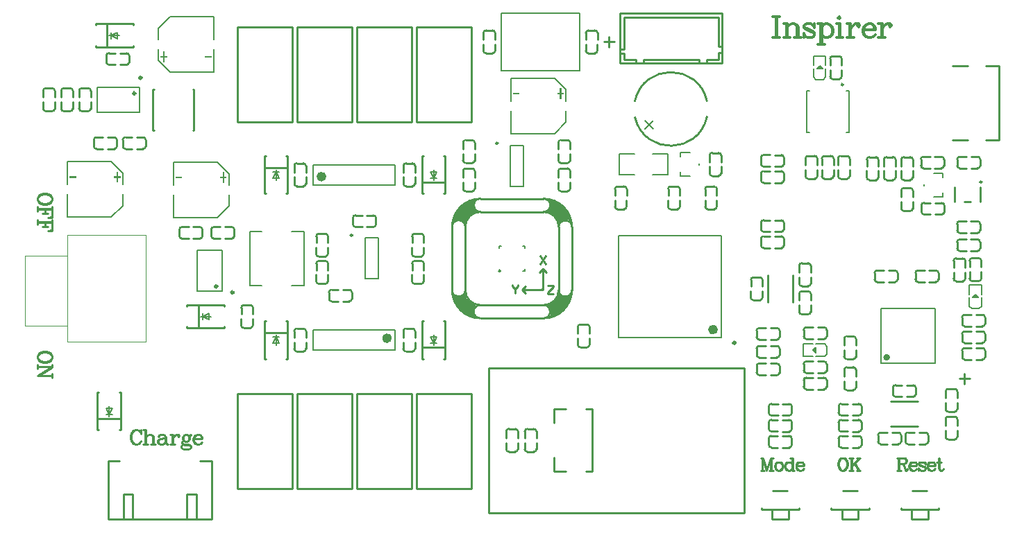
<source format=gto>
G04*
G04 #@! TF.GenerationSoftware,Altium Limited,Altium Designer,20.1.11 (218)*
G04*
G04 Layer_Color=65535*
%FSLAX25Y25*%
%MOIN*%
G70*
G04*
G04 #@! TF.SameCoordinates,8D0FCBAB-09EC-4A3B-B863-23265075E7EF*
G04*
G04*
G04 #@! TF.FilePolarity,Positive*
G04*
G01*
G75*
%ADD10C,0.01000*%
%ADD11C,0.00984*%
%ADD12C,0.00984*%
%ADD13C,0.01575*%
%ADD14C,0.02362*%
%ADD15C,0.01181*%
%ADD16C,0.00591*%
%ADD17C,0.00500*%
%ADD18C,0.00600*%
%ADD19C,0.00394*%
%ADD20C,0.00800*%
%ADD21C,0.00787*%
%ADD22C,0.00598*%
%ADD23C,0.01417*%
G36*
X-144269Y96634D02*
X-147387D01*
Y97413D01*
X-144269D01*
Y96634D01*
D02*
G37*
G36*
X-166746Y97413D02*
X-165576D01*
Y96634D01*
X-166746D01*
Y94425D01*
X-167525D01*
Y96634D01*
X-168694D01*
Y97413D01*
X-167525D01*
Y99622D01*
X-166746D01*
Y97413D01*
D02*
G37*
G36*
X-209276Y38787D02*
X-212394D01*
Y39566D01*
X-209276D01*
Y38787D01*
D02*
G37*
G36*
X-158359Y38579D02*
X-161477D01*
Y39358D01*
X-158359D01*
Y38579D01*
D02*
G37*
G36*
X-189139Y39566D02*
X-187969D01*
Y38787D01*
X-189139D01*
Y36578D01*
X-189918D01*
Y38787D01*
X-191087D01*
Y39566D01*
X-189918D01*
Y41775D01*
X-189139D01*
Y39566D01*
D02*
G37*
G36*
X-138221Y39358D02*
X-137052D01*
Y38579D01*
X-138221D01*
Y36370D01*
X-139001D01*
Y38579D01*
X-140170D01*
Y39358D01*
X-139001D01*
Y41567D01*
X-138221D01*
Y39358D01*
D02*
G37*
G36*
X149043Y91432D02*
X146368D01*
X147683Y92748D01*
X147728D01*
X149043Y91432D01*
D02*
G37*
G36*
X3541Y78979D02*
X423D01*
Y79758D01*
X3541D01*
Y78979D01*
D02*
G37*
G36*
X23679Y79758D02*
X24848D01*
Y78979D01*
X23679D01*
Y76770D01*
X22899D01*
Y78979D01*
X21730D01*
Y79758D01*
X22899D01*
Y81967D01*
X23679D01*
Y79758D01*
D02*
G37*
G36*
X17190Y28318D02*
X20189D01*
X21500Y27007D01*
X22600D01*
X25500Y24107D01*
Y23707D01*
X27500Y21707D01*
Y20207D01*
X28500Y19207D01*
Y17786D01*
X28111Y17397D01*
X27003Y18506D01*
X24775D01*
X24253Y17984D01*
X23657D01*
Y17680D01*
X22656Y16679D01*
X21800Y17535D01*
Y19007D01*
X19800Y21007D01*
X19500D01*
X18200Y22307D01*
X17594D01*
X16831Y23070D01*
X17624Y23864D01*
X17776D01*
Y24461D01*
X18298Y24983D01*
Y27210D01*
X17190Y28318D01*
X16472Y28733D01*
X16775D01*
X17190Y28318D01*
D02*
G37*
G36*
X-17190Y28111D02*
X-18298Y27003D01*
Y24775D01*
X-17776Y24253D01*
Y23657D01*
X-17473D01*
X-16472Y22656D01*
X-17327Y21800D01*
X-18800D01*
X-20800Y19800D01*
Y19500D01*
X-22100Y18200D01*
Y17594D01*
X-22863Y16831D01*
X-23657Y17624D01*
Y17776D01*
X-24253D01*
X-24775Y18298D01*
X-27003D01*
X-28111Y17190D01*
X-28526Y16472D01*
Y16775D01*
X-28111Y17190D01*
Y20189D01*
X-26800Y21500D01*
Y22600D01*
X-23900Y25500D01*
X-23500D01*
X-21500Y27500D01*
X-20000D01*
X-19000Y28500D01*
X-17579D01*
X-17190Y28111D01*
D02*
G37*
G36*
X28733Y-16775D02*
X28318Y-17190D01*
Y-20189D01*
X27007Y-21500D01*
Y-22600D01*
X24107Y-25500D01*
X23707D01*
X21707Y-27500D01*
X20207D01*
X19207Y-28500D01*
X17786D01*
X17397Y-28111D01*
X18506Y-27003D01*
Y-24775D01*
X17984Y-24253D01*
Y-23657D01*
X17680D01*
X16679Y-22656D01*
X17535Y-21800D01*
X19007D01*
X21007Y-19800D01*
Y-19500D01*
X22307Y-18200D01*
Y-17594D01*
X23070Y-16831D01*
X23864Y-17624D01*
Y-17776D01*
X24461D01*
X24983Y-18298D01*
X27210D01*
X28318Y-17190D01*
X28733Y-16472D01*
Y-16775D01*
D02*
G37*
G36*
X-21800Y-17535D02*
Y-19007D01*
X-19800Y-21007D01*
X-19500D01*
X-18200Y-22307D01*
X-17594D01*
X-16831Y-23070D01*
X-17624Y-23864D01*
X-17776D01*
Y-24461D01*
X-18298Y-24983D01*
Y-27210D01*
X-17190Y-28318D01*
X-16472Y-28733D01*
X-16775D01*
X-17190Y-28318D01*
X-20189D01*
X-21500Y-27007D01*
X-22600D01*
X-25500Y-24107D01*
Y-23707D01*
X-27500Y-21707D01*
Y-20207D01*
X-28500Y-19207D01*
Y-17786D01*
X-28111Y-17397D01*
X-27003Y-18506D01*
X-24775D01*
X-24253Y-17984D01*
X-23657D01*
Y-17680D01*
X-22656Y-16679D01*
X-21800Y-17535D01*
D02*
G37*
G36*
X223842Y-18826D02*
X221167D01*
X222482Y-17511D01*
X222527D01*
X223842Y-18826D01*
D02*
G37*
G36*
X145913Y-45432D02*
X144597Y-44117D01*
Y-44072D01*
X145913Y-42757D01*
Y-45432D01*
D02*
G37*
D10*
X158295Y96083D02*
G03*
X157076Y97303I-1220J0D01*
G01*
X153926D02*
G03*
X152706Y96083I-0J-1220D01*
G01*
X157053Y86297D02*
G03*
X158273Y87517I0J1220D01*
G01*
X152683D02*
G03*
X153903Y86297I1220J0D01*
G01*
X118647Y-50505D02*
G03*
X117428Y-51724I0J-1220D01*
G01*
Y-54874D02*
G03*
X118647Y-56094I1220J-0D01*
G01*
X128434Y-51747D02*
G03*
X127214Y-50528I-1220J0D01*
G01*
Y-56117D02*
G03*
X128434Y-54897I0J1220D01*
G01*
X59088Y67704D02*
G03*
X93616Y68156I17212J4196D01*
G01*
X93597Y75735D02*
G03*
X58971Y75584I-17297J-3835D01*
G01*
X120764Y49808D02*
G03*
X119545Y48588I0J-1220D01*
G01*
Y45439D02*
G03*
X120764Y44219I1220J-0D01*
G01*
X130551Y48566D02*
G03*
X129331Y49785I-1220J0D01*
G01*
Y44196D02*
G03*
X130551Y45416I0J1220D01*
G01*
X120764Y42034D02*
G03*
X119545Y40814I0J-1220D01*
G01*
Y37664D02*
G03*
X120764Y36444I1220J-0D01*
G01*
X130551Y40791D02*
G03*
X129331Y42011I-1220J0D01*
G01*
Y36421D02*
G03*
X130551Y37641I0J1220D01*
G01*
X120764Y18470D02*
G03*
X119545Y17250I0J-1220D01*
G01*
Y14101D02*
G03*
X120764Y12881I1220J-0D01*
G01*
X130551Y17227D02*
G03*
X129331Y18447I-1220J0D01*
G01*
Y12858D02*
G03*
X130551Y14078I0J1220D01*
G01*
X120764Y10695D02*
G03*
X119545Y9476I0J-1220D01*
G01*
Y6326D02*
G03*
X120764Y5106I1220J-0D01*
G01*
X130551Y9453D02*
G03*
X129331Y10672I-1220J0D01*
G01*
Y5083D02*
G03*
X130551Y6303I0J1220D01*
G01*
X94783Y41017D02*
G03*
X96003Y39797I1220J0D01*
G01*
X99153D02*
G03*
X100373Y41017I0J1220D01*
G01*
X96026Y50803D02*
G03*
X94806Y49583I-0J-1220D01*
G01*
X100395D02*
G03*
X99176Y50803I-1220J0D01*
G01*
X149828Y-55095D02*
G03*
X151048Y-53876I0J1220D01*
G01*
Y-50726D02*
G03*
X149828Y-49506I-1220J0D01*
G01*
X140042Y-53853D02*
G03*
X141262Y-55072I1220J-0D01*
G01*
Y-49483D02*
G03*
X140042Y-50703I0J-1220D01*
G01*
X149828Y-62895D02*
G03*
X151048Y-61676I0J1220D01*
G01*
Y-58526D02*
G03*
X149828Y-57306I-1220J0D01*
G01*
X140042Y-61653D02*
G03*
X141262Y-62872I1220J-0D01*
G01*
Y-57283D02*
G03*
X140042Y-58503I0J-1220D01*
G01*
X141262Y-33105D02*
G03*
X140042Y-34324I0J-1220D01*
G01*
Y-37474D02*
G03*
X141262Y-38694I1220J-0D01*
G01*
X151048Y-34347D02*
G03*
X149828Y-33127I-1220J0D01*
G01*
Y-38717D02*
G03*
X151048Y-37497I0J1220D01*
G01*
X159489Y-47197D02*
G03*
X160709Y-48417I1220J0D01*
G01*
X163858D02*
G03*
X165078Y-47197I0J1220D01*
G01*
X160732Y-37411D02*
G03*
X159512Y-38631I-0J-1220D01*
G01*
X165101D02*
G03*
X163881Y-37411I-1220J0D01*
G01*
X176983Y-83668D02*
G03*
X175763Y-84887I0J-1220D01*
G01*
Y-88037D02*
G03*
X176983Y-89257I1220J-0D01*
G01*
X186769Y-84910D02*
G03*
X185549Y-83690I-1220J0D01*
G01*
Y-89280D02*
G03*
X186769Y-88060I0J1220D01*
G01*
X183869Y-11317D02*
G03*
X185089Y-10097I0J1220D01*
G01*
Y-6947D02*
G03*
X183869Y-5728I-1220J0D01*
G01*
X174083Y-10074D02*
G03*
X175303Y-11294I1220J-0D01*
G01*
Y-5705D02*
G03*
X174083Y-6924I0J-1220D01*
G01*
X192649Y-66481D02*
G03*
X193869Y-65261I0J1220D01*
G01*
Y-62112D02*
G03*
X192649Y-60892I-1220J0D01*
G01*
X182863Y-65238D02*
G03*
X184083Y-66458I1220J-0D01*
G01*
Y-60869D02*
G03*
X182863Y-62089I0J-1220D01*
G01*
X198621Y-89280D02*
G03*
X199841Y-88060I0J1220D01*
G01*
Y-84910D02*
G03*
X198621Y-83690I-1220J0D01*
G01*
X188835Y-88037D02*
G03*
X190055Y-89257I1220J-0D01*
G01*
Y-83668D02*
G03*
X188835Y-84887I0J-1220D01*
G01*
X194903Y-5705D02*
G03*
X193683Y-6924I0J-1220D01*
G01*
Y-10074D02*
G03*
X194903Y-11294I1220J-0D01*
G01*
X204689Y-6947D02*
G03*
X203469Y-5728I-1220J0D01*
G01*
Y-11317D02*
G03*
X204689Y-10097I0J1220D01*
G01*
X213795Y-63903D02*
G03*
X212576Y-62683I-1220J0D01*
G01*
X209426D02*
G03*
X208206Y-63903I-0J-1220D01*
G01*
X212553Y-73689D02*
G03*
X213773Y-72469I0J1220D01*
G01*
X208183D02*
G03*
X209403Y-73689I1220J0D01*
G01*
X213795Y-77231D02*
G03*
X212576Y-76011I-1220J0D01*
G01*
X209426D02*
G03*
X208206Y-77231I-0J-1220D01*
G01*
X212553Y-87017D02*
G03*
X213773Y-85797I0J1220D01*
G01*
X208183D02*
G03*
X209403Y-87017I1220J0D01*
G01*
X159489Y-62069D02*
G03*
X160709Y-63289I1220J0D01*
G01*
X163858D02*
G03*
X165078Y-62069I0J1220D01*
G01*
X160732Y-52283D02*
G03*
X159512Y-53503I-0J-1220D01*
G01*
X165101D02*
G03*
X163881Y-52283I-1220J0D01*
G01*
X225888Y-32601D02*
G03*
X227108Y-31381I0J1220D01*
G01*
Y-28232D02*
G03*
X225888Y-27012I-1220J0D01*
G01*
X216102Y-31358D02*
G03*
X217322Y-32578I1220J-0D01*
G01*
Y-26989D02*
G03*
X216102Y-28209I0J-1220D01*
G01*
X217322Y-34989D02*
G03*
X216102Y-36209I0J-1220D01*
G01*
Y-39358D02*
G03*
X217322Y-40578I1220J-0D01*
G01*
X227108Y-36232D02*
G03*
X225888Y-35012I-1220J0D01*
G01*
Y-40601D02*
G03*
X227108Y-39381I0J1220D01*
G01*
X217322Y-42989D02*
G03*
X216102Y-44209I0J-1220D01*
G01*
Y-47358D02*
G03*
X217322Y-48578I1220J-0D01*
G01*
X227108Y-44232D02*
G03*
X225888Y-43012I-1220J0D01*
G01*
Y-48601D02*
G03*
X227108Y-47381I0J1220D01*
G01*
X158012Y-85305D02*
G03*
X156792Y-86524I0J-1220D01*
G01*
Y-89674D02*
G03*
X158012Y-90894I1220J-0D01*
G01*
X167798Y-86547D02*
G03*
X166578Y-85328I-1220J0D01*
G01*
Y-90917D02*
G03*
X167798Y-89697I0J1220D01*
G01*
X158012Y-77594D02*
G03*
X156792Y-78814I0J-1220D01*
G01*
Y-81963D02*
G03*
X158012Y-83183I1220J-0D01*
G01*
X167798Y-78837D02*
G03*
X166578Y-77617I-1220J0D01*
G01*
Y-83206D02*
G03*
X167798Y-81986I0J1220D01*
G01*
X158012Y-69883D02*
G03*
X156792Y-71103I0J-1220D01*
G01*
Y-74253D02*
G03*
X158012Y-75472I1220J-0D01*
G01*
X167798Y-71126D02*
G03*
X166578Y-69906I-1220J0D01*
G01*
Y-75495D02*
G03*
X167798Y-74276I0J1220D01*
G01*
X27895Y42097D02*
G03*
X26676Y43317I-1220J0D01*
G01*
X23526D02*
G03*
X22306Y42097I-0J-1220D01*
G01*
X26653Y32311D02*
G03*
X27872Y33531I0J1220D01*
G01*
X22283D02*
G03*
X23503Y32311I1220J0D01*
G01*
X37217Y-32942D02*
G03*
X35997Y-31722I-1220J0D01*
G01*
X32847D02*
G03*
X31628Y-32942I-0J-1220D01*
G01*
X35974Y-42728D02*
G03*
X37194Y-41508I0J1220D01*
G01*
X31605D02*
G03*
X32824Y-42728I1220J0D01*
G01*
X-15244Y28740D02*
G03*
X-15244Y22441I0J-3150D01*
G01*
X28740Y15244D02*
G03*
X22441Y15244I-3150J0D01*
G01*
X15244Y-28740D02*
G03*
X15244Y-22441I0J3150D01*
G01*
X-28740Y-15256D02*
G03*
X-22441Y-15256I3150J0D01*
G01*
X-15157Y-22441D02*
G03*
X-15256Y-28742I-98J-3150D01*
G01*
X22441Y-15157D02*
G03*
X28742Y-15256I3150J-98D01*
G01*
X15157Y22441D02*
G03*
X15256Y28742I98J3150D01*
G01*
X-22441Y15157D02*
G03*
X-28742Y15256I-3150J98D01*
G01*
X-15157Y22441D02*
G03*
X-22441Y15157I0J-7283D01*
G01*
X-15256Y28740D02*
G03*
X-28740Y15256I0J-13484D01*
G01*
X22441Y15157D02*
G03*
X15157Y22441I-7283J0D01*
G01*
X28740Y15256D02*
G03*
X15256Y28740I-13484J0D01*
G01*
X15157Y-22441D02*
G03*
X22441Y-15157I0J7283D01*
G01*
X15256Y-28740D02*
G03*
X28740Y-15256I0J13484D01*
G01*
X-28740D02*
G03*
X-15256Y-28740I13484J0D01*
G01*
X-22441Y-15157D02*
G03*
X-15157Y-22441I7283J0D01*
G01*
X-98957Y-34933D02*
G03*
X-100176Y-33713I-1220J0D01*
G01*
X-103326D02*
G03*
X-104546Y-34933I-0J-1220D01*
G01*
X-100199Y-44719D02*
G03*
X-98979Y-43499I0J1220D01*
G01*
X-104569D02*
G03*
X-103349Y-44719I1220J0D01*
G01*
X-46577Y-34933D02*
G03*
X-47796Y-33713I-1220J0D01*
G01*
X-50946D02*
G03*
X-52166Y-34933I-0J-1220D01*
G01*
X-47820Y-44719D02*
G03*
X-46600Y-43499I0J1220D01*
G01*
X-52189D02*
G03*
X-50969Y-44719I1220J0D01*
G01*
X-130017Y-32183D02*
G03*
X-128797Y-33403I1220J0D01*
G01*
X-125647D02*
G03*
X-124427Y-32183I0J1220D01*
G01*
X-128774Y-22397D02*
G03*
X-129994Y-23617I-0J-1220D01*
G01*
X-124405D02*
G03*
X-125624Y-22397I-1220J0D01*
G01*
X-104569Y36001D02*
G03*
X-103349Y34781I1220J0D01*
G01*
X-100199D02*
G03*
X-98979Y36001I0J1220D01*
G01*
X-103326Y45787D02*
G03*
X-104546Y44567I-0J-1220D01*
G01*
X-98957D02*
G03*
X-100176Y45787I-1220J0D01*
G01*
X-8099Y108489D02*
G03*
X-9319Y109709I-1220J0D01*
G01*
X-12468D02*
G03*
X-13688Y108489I-0J-1220D01*
G01*
X-9342Y98703D02*
G03*
X-8122Y99923I0J1220D01*
G01*
X-13711D02*
G03*
X-12491Y98703I1220J0D01*
G01*
X-52189Y36001D02*
G03*
X-50969Y34781I1220J0D01*
G01*
X-47820D02*
G03*
X-46600Y36001I0J1220D01*
G01*
X-50946Y45787D02*
G03*
X-52166Y44567I-0J-1220D01*
G01*
X-46577D02*
G03*
X-47796Y45787I-1220J0D01*
G01*
X214909Y9201D02*
G03*
X213689Y7981I0J-1220D01*
G01*
Y4832D02*
G03*
X214909Y3612I1220J-0D01*
G01*
X224695Y7958D02*
G03*
X223475Y9178I-1220J0D01*
G01*
Y3589D02*
G03*
X224695Y4809I0J1220D01*
G01*
X214909Y17901D02*
G03*
X213689Y16681I0J-1220D01*
G01*
Y13532D02*
G03*
X214909Y12312I1220J-0D01*
G01*
X224695Y16658D02*
G03*
X223475Y17878I-1220J0D01*
G01*
Y12289D02*
G03*
X224695Y13509I0J1220D01*
G01*
X137845Y-25612D02*
G03*
X139065Y-26831I1220J0D01*
G01*
X142214D02*
G03*
X143434Y-25612I0J1220D01*
G01*
X139088Y-15825D02*
G03*
X137868Y-17045I-0J-1220D01*
G01*
X143457D02*
G03*
X142237Y-15825I-1220J0D01*
G01*
X143457Y-3478D02*
G03*
X142237Y-2259I-1220J0D01*
G01*
X139088D02*
G03*
X137868Y-3478I-0J-1220D01*
G01*
X142214Y-13265D02*
G03*
X143434Y-12045I0J1220D01*
G01*
X137845D02*
G03*
X139065Y-13265I1220J0D01*
G01*
X124512Y-69883D02*
G03*
X123292Y-71103I0J-1220D01*
G01*
Y-74253D02*
G03*
X124512Y-75472I1220J-0D01*
G01*
X134298Y-71126D02*
G03*
X133078Y-69906I-1220J0D01*
G01*
Y-75495D02*
G03*
X134298Y-74276I0J1220D01*
G01*
X55017Y33458D02*
G03*
X53797Y34678I-1220J0D01*
G01*
X50647D02*
G03*
X49428Y33458I-0J-1220D01*
G01*
X53774Y23672D02*
G03*
X54994Y24892I0J1220D01*
G01*
X49405D02*
G03*
X50624Y23672I1220J0D01*
G01*
X98317Y33458D02*
G03*
X97097Y34678I-1220J0D01*
G01*
X93947D02*
G03*
X92728Y33458I-0J-1220D01*
G01*
X97074Y23672D02*
G03*
X98294Y24892I0J1220D01*
G01*
X92705D02*
G03*
X93924Y23672I1220J0D01*
G01*
X127214Y-39042D02*
G03*
X128434Y-37823I0J1220D01*
G01*
Y-34673D02*
G03*
X127214Y-33453I-1220J0D01*
G01*
X117428Y-37800D02*
G03*
X118647Y-39020I1220J-0D01*
G01*
Y-33430D02*
G03*
X117428Y-34650I0J-1220D01*
G01*
X127214Y-47580D02*
G03*
X128434Y-46360I0J1220D01*
G01*
Y-43210D02*
G03*
X127214Y-41990I-1220J0D01*
G01*
X117428Y-46337D02*
G03*
X118647Y-47557I1220J-0D01*
G01*
Y-41967D02*
G03*
X117428Y-43187I0J-1220D01*
G01*
X217617Y-1131D02*
G03*
X216397Y89I-1220J0D01*
G01*
X213247D02*
G03*
X212028Y-1131I-0J-1220D01*
G01*
X216374Y-10917D02*
G03*
X217594Y-9697I0J1220D01*
G01*
X212005D02*
G03*
X213224Y-10917I1220J0D01*
G01*
X223536Y43367D02*
G03*
X224756Y44587I0J1220D01*
G01*
Y47737D02*
G03*
X223536Y48957I-1220J0D01*
G01*
X213750Y44610D02*
G03*
X214970Y43390I1220J-0D01*
G01*
Y48980D02*
G03*
X213750Y47760I0J-1220D01*
G01*
X-185042Y93183D02*
G03*
X-183822Y94403I0J1220D01*
G01*
Y97553D02*
G03*
X-185042Y98773I-1220J0D01*
G01*
X-194828Y94426D02*
G03*
X-193608Y93206I1220J-0D01*
G01*
Y98795D02*
G03*
X-194828Y97576I0J-1220D01*
G01*
X-202283Y80644D02*
G03*
X-203503Y81864I-1220J0D01*
G01*
X-206653D02*
G03*
X-207873Y80644I-0J-1220D01*
G01*
X-203526Y70858D02*
G03*
X-202306Y72078I0J1220D01*
G01*
X-207895D02*
G03*
X-206676Y70858I1220J0D01*
G01*
X2817Y-83161D02*
G03*
X1597Y-81941I-1220J0D01*
G01*
X-1553D02*
G03*
X-2772Y-83161I-0J-1220D01*
G01*
X1574Y-92947D02*
G03*
X2794Y-91727I0J1220D01*
G01*
X-2795D02*
G03*
X-1576Y-92947I1220J0D01*
G01*
X-88405Y-2392D02*
G03*
X-89624Y-1172I-1220J0D01*
G01*
X-92774D02*
G03*
X-93994Y-2392I-0J-1220D01*
G01*
X-89647Y-12178D02*
G03*
X-88428Y-10958I0J1220D01*
G01*
X-94017D02*
G03*
X-92797Y-12178I1220J0D01*
G01*
X-88405Y10708D02*
G03*
X-89624Y11928I-1220J0D01*
G01*
X-92774D02*
G03*
X-93994Y10708I-0J-1220D01*
G01*
X-89647Y922D02*
G03*
X-88428Y2142I0J1220D01*
G01*
X-94017D02*
G03*
X-92797Y922I1220J0D01*
G01*
X-134619Y9557D02*
G03*
X-133399Y10776I0J1220D01*
G01*
Y13926D02*
G03*
X-134619Y15146I-1220J0D01*
G01*
X-144405Y10799D02*
G03*
X-143185Y9579I1220J-0D01*
G01*
Y15169D02*
G03*
X-144405Y13949I0J-1220D01*
G01*
X-17908Y42097D02*
G03*
X-19128Y43317I-1220J0D01*
G01*
X-22277D02*
G03*
X-23497Y42097I-0J-1220D01*
G01*
X-19150Y32311D02*
G03*
X-17931Y33531I0J1220D01*
G01*
X-23520D02*
G03*
X-22300Y32311I1220J0D01*
G01*
X-17908Y55697D02*
G03*
X-19128Y56917I-1220J0D01*
G01*
X-22277D02*
G03*
X-23497Y55697I-0J-1220D01*
G01*
X-19150Y45911D02*
G03*
X-17931Y47131I0J1220D01*
G01*
X-23520D02*
G03*
X-22300Y45911I1220J0D01*
G01*
X-149919Y9557D02*
G03*
X-148699Y10776I0J1220D01*
G01*
Y13926D02*
G03*
X-149919Y15146I-1220J0D01*
G01*
X-159705Y10799D02*
G03*
X-158485Y9579I1220J-0D01*
G01*
Y15169D02*
G03*
X-159705Y13949I0J-1220D01*
G01*
X-75147Y20802D02*
G03*
X-76367Y19582I0J-1220D01*
G01*
Y16432D02*
G03*
X-75147Y15213I1220J-0D01*
G01*
X-65361Y19559D02*
G03*
X-66581Y20779I-1220J0D01*
G01*
Y15190D02*
G03*
X-65361Y16409I0J1220D01*
G01*
X-78103Y-20595D02*
G03*
X-76883Y-19376I0J1220D01*
G01*
Y-16226D02*
G03*
X-78103Y-15006I-1220J0D01*
G01*
X-87889Y-19353D02*
G03*
X-86669Y-20572I1220J-0D01*
G01*
Y-14983D02*
G03*
X-87889Y-16203I0J-1220D01*
G01*
X186853Y24087D02*
G03*
X188072Y22867I1220J0D01*
G01*
X191222D02*
G03*
X192442Y24087I0J1220D01*
G01*
X188095Y33873D02*
G03*
X186875Y32653I-0J-1220D01*
G01*
X192465D02*
G03*
X191245Y33873I-1220J0D01*
G01*
X206356Y21189D02*
G03*
X207576Y22409I0J1220D01*
G01*
Y25558D02*
G03*
X206356Y26778I-1220J0D01*
G01*
X196570Y22432D02*
G03*
X197790Y21212I1220J-0D01*
G01*
Y26801D02*
G03*
X196570Y25581I0J-1220D01*
G01*
X162129Y48131D02*
G03*
X160909Y49351I-1220J0D01*
G01*
X157760D02*
G03*
X156540Y48131I-0J-1220D01*
G01*
X160886Y38345D02*
G03*
X162106Y39564I0J1220D01*
G01*
X156517D02*
G03*
X157737Y38345I1220J0D01*
G01*
X192444Y47581D02*
G03*
X191224Y48801I-1220J0D01*
G01*
X188074D02*
G03*
X186854Y47581I-0J-1220D01*
G01*
X191201Y37795D02*
G03*
X192421Y39015I0J1220D01*
G01*
X186831D02*
G03*
X188051Y37795I1220J0D01*
G01*
X154354Y48131D02*
G03*
X153135Y49351I-1220J0D01*
G01*
X149985D02*
G03*
X148765Y48131I-0J-1220D01*
G01*
X153112Y38345D02*
G03*
X154331Y39564I0J1220D01*
G01*
X148742D02*
G03*
X149962Y38345I1220J0D01*
G01*
X197551Y48980D02*
G03*
X196331Y47760I0J-1220D01*
G01*
Y44610D02*
G03*
X197551Y43390I1220J-0D01*
G01*
X207337Y47737D02*
G03*
X206117Y48957I-1220J0D01*
G01*
Y43367D02*
G03*
X207337Y44587I0J1220D01*
G01*
X146580Y48131D02*
G03*
X145360Y49351I-1220J0D01*
G01*
X142210D02*
G03*
X140990Y48131I-0J-1220D01*
G01*
X145337Y38345D02*
G03*
X146557Y39564I0J1220D01*
G01*
X140967D02*
G03*
X142187Y38345I1220J0D01*
G01*
X170305Y39015D02*
G03*
X171524Y37795I1220J0D01*
G01*
X174674D02*
G03*
X175894Y39015I0J1220D01*
G01*
X171547Y48801D02*
G03*
X170327Y47581I-0J-1220D01*
G01*
X175917D02*
G03*
X174697Y48801I-1220J0D01*
G01*
X178568Y39015D02*
G03*
X179788Y37795I1220J0D01*
G01*
X182937D02*
G03*
X184157Y39015I0J1220D01*
G01*
X179811Y48801D02*
G03*
X178591Y47581I-0J-1220D01*
G01*
X184180D02*
G03*
X182960Y48801I-1220J0D01*
G01*
X35405Y99923D02*
G03*
X36624Y98703I1220J0D01*
G01*
X39774D02*
G03*
X40994Y99923I0J1220D01*
G01*
X36647Y109709D02*
G03*
X35427Y108489I-0J-1220D01*
G01*
X41017D02*
G03*
X39797Y109709I-1220J0D01*
G01*
X219686Y-9613D02*
G03*
X220905Y-10833I1220J0D01*
G01*
X224055D02*
G03*
X225275Y-9613I0J1220D01*
G01*
X220929Y173D02*
G03*
X219709Y-1047I-0J-1220D01*
G01*
X225298D02*
G03*
X224078Y173I-1220J0D01*
G01*
X114652Y-18829D02*
G03*
X115872Y-20048I1220J0D01*
G01*
X119021D02*
G03*
X120241Y-18829I0J1220D01*
G01*
X115895Y-9042D02*
G03*
X114675Y-10262I-0J-1220D01*
G01*
X120264D02*
G03*
X119044Y-9042I-1220J0D01*
G01*
X124512Y-85305D02*
G03*
X123292Y-86524I0J-1220D01*
G01*
Y-89674D02*
G03*
X124512Y-90894I1220J-0D01*
G01*
X134298Y-86547D02*
G03*
X133078Y-85328I-1220J0D01*
G01*
Y-90917D02*
G03*
X134298Y-89697I0J1220D01*
G01*
X124512Y-77594D02*
G03*
X123292Y-78814I0J-1220D01*
G01*
Y-81963D02*
G03*
X124512Y-83183I1220J-0D01*
G01*
X134298Y-78837D02*
G03*
X133078Y-77617I-1220J0D01*
G01*
Y-83206D02*
G03*
X134298Y-81986I0J1220D01*
G01*
X80595Y33458D02*
G03*
X79376Y34678I-1220J0D01*
G01*
X76226D02*
G03*
X75006Y33458I-0J-1220D01*
G01*
X79353Y23672D02*
G03*
X80572Y24892I0J1220D01*
G01*
X74983D02*
G03*
X76203Y23672I1220J0D01*
G01*
X-177092Y52705D02*
G03*
X-175872Y53924I0J1220D01*
G01*
Y57074D02*
G03*
X-177092Y58294I-1220J0D01*
G01*
X-186878Y53947D02*
G03*
X-185658Y52728I1220J-0D01*
G01*
Y58317D02*
G03*
X-186878Y57097I0J-1220D01*
G01*
X-219505Y80644D02*
G03*
X-220724Y81864I-1220J0D01*
G01*
X-223874D02*
G03*
X-225094Y80644I-0J-1220D01*
G01*
X-220747Y70858D02*
G03*
X-219528Y72078I0J1220D01*
G01*
X-225117D02*
G03*
X-223897Y70858I1220J0D01*
G01*
X-216495Y72078D02*
G03*
X-215276Y70858I1220J0D01*
G01*
X-212126D02*
G03*
X-210906Y72078I0J1220D01*
G01*
X-215253Y81864D02*
G03*
X-216473Y80644I-0J-1220D01*
G01*
X-210883D02*
G03*
X-212103Y81864I-1220J0D01*
G01*
X-42405Y-2392D02*
G03*
X-43624Y-1172I-1220J0D01*
G01*
X-46774D02*
G03*
X-47994Y-2392I-0J-1220D01*
G01*
X-43647Y-12178D02*
G03*
X-42428Y-10958I0J1220D01*
G01*
X-48017D02*
G03*
X-46797Y-12178I1220J0D01*
G01*
X-42405Y10708D02*
G03*
X-43624Y11928I-1220J0D01*
G01*
X-46774D02*
G03*
X-47994Y10708I-0J-1220D01*
G01*
X-43647Y922D02*
G03*
X-42428Y2142I0J1220D01*
G01*
X-48017D02*
G03*
X-46797Y922I1220J0D01*
G01*
X27895Y55697D02*
G03*
X26676Y56917I-1220J0D01*
G01*
X23526D02*
G03*
X22306Y55697I-0J-1220D01*
G01*
X26653Y45911D02*
G03*
X27872Y47131I0J1220D01*
G01*
X22283D02*
G03*
X23503Y45911I1220J0D01*
G01*
X6105Y-91727D02*
G03*
X7324Y-92947I1220J0D01*
G01*
X10474D02*
G03*
X11694Y-91727I0J1220D01*
G01*
X7347Y-81941D02*
G03*
X6128Y-83161I-0J-1220D01*
G01*
X11717D02*
G03*
X10497Y-81941I-1220J0D01*
G01*
X-191003Y52705D02*
G03*
X-189783Y53924I0J1220D01*
G01*
Y57074D02*
G03*
X-191003Y58294I-1220J0D01*
G01*
X-200789Y53947D02*
G03*
X-199569Y52728I1220J-0D01*
G01*
Y58317D02*
G03*
X-200789Y57097I0J-1220D01*
G01*
X225632Y36784D02*
G03*
X225632Y36784I-500J0D01*
G01*
X158272Y87517D02*
Y90667D01*
X153903Y86297D02*
X157053D01*
X152683Y87517D02*
Y90667D01*
X158295Y92934D02*
Y96084D01*
X152706Y92934D02*
Y96084D01*
X153926Y97303D02*
X157076D01*
X-199900Y112147D02*
Y112812D01*
X-181790Y112812D01*
X-199900Y101788D02*
Y102453D01*
Y101788D02*
X-181790Y101788D01*
X-194345Y101788D02*
Y112812D01*
X-181790Y112147D02*
Y112812D01*
Y101788D02*
Y102453D01*
X-188653Y-64345D02*
X-187988D01*
X-199012D02*
X-198347D01*
X-199012Y-76900D02*
X-187988D01*
Y-82455D02*
X-187988Y-64345D01*
X-188653Y-82455D02*
X-187988D01*
X-199012Y-64345D02*
X-199012Y-82455D01*
X-198347D01*
X117428Y-54874D02*
Y-51724D01*
X118647Y-56094D02*
X121797D01*
X118647Y-50505D02*
X121797D01*
X124064Y-56117D02*
X127214D01*
X128433Y-54897D02*
Y-51747D01*
X124064Y-50528D02*
X127214D01*
X99037Y95726D02*
Y98856D01*
X100906Y98858D01*
X63012Y95727D02*
X72287D01*
X63012Y93956D02*
Y95727D01*
X59332Y93958D02*
Y95725D01*
X89781Y93953D02*
Y95723D01*
X72287D02*
X89781D01*
X72287D02*
X72458Y95727D01*
X53757Y95726D02*
X59317D01*
X53757D02*
Y98506D01*
X51788D02*
X53757D01*
X93467Y93956D02*
Y95726D01*
X99037D01*
Y102126D02*
X100867Y102125D01*
X99037Y102126D02*
Y115906D01*
X53757D02*
X99037D01*
X53757Y100506D02*
Y115906D01*
X51788Y100506D02*
X53757D01*
X51694Y117873D02*
X100906D01*
Y93858D02*
Y117873D01*
X51733Y93818D02*
X100906D01*
X51694Y93858D02*
Y117873D01*
X126181Y49785D02*
X129331D01*
X130550Y45416D02*
Y48566D01*
X126181Y44196D02*
X129331D01*
X120764Y49808D02*
X123914D01*
X120764Y44219D02*
X123914D01*
X119545Y45439D02*
Y48589D01*
X126181Y42011D02*
X129331D01*
X130550Y37641D02*
Y40791D01*
X126181Y36421D02*
X129331D01*
X120764Y42034D02*
X123914D01*
X120764Y36444D02*
X123914D01*
X119545Y37664D02*
Y40814D01*
X130551Y14078D02*
Y17227D01*
X126181Y18447D02*
X129331D01*
X126181Y12858D02*
X129331D01*
X120765Y18470D02*
X123914D01*
X119545Y14101D02*
Y17250D01*
X120765Y12881D02*
X123914D01*
X126181Y10672D02*
X129331D01*
X130550Y6303D02*
Y9453D01*
X126181Y5083D02*
X129331D01*
X120764Y10695D02*
X123914D01*
X120764Y5106D02*
X123914D01*
X119545Y6326D02*
Y9476D01*
X96026Y50803D02*
X99176D01*
X94806Y46434D02*
Y49583D01*
X100395Y46434D02*
Y49583D01*
X94783Y41017D02*
Y44167D01*
X96003Y39797D02*
X99153D01*
X100372Y41017D02*
Y44167D01*
X141262Y-55072D02*
X144412D01*
X140042Y-53853D02*
Y-50703D01*
X141262Y-49483D02*
X144412D01*
X146679Y-55095D02*
X149828D01*
X146679Y-49506D02*
X149828D01*
X151048Y-53876D02*
Y-50726D01*
X141262Y-62872D02*
X144412D01*
X140042Y-61653D02*
Y-58503D01*
X141262Y-57283D02*
X144412D01*
X146679Y-62895D02*
X149828D01*
X146679Y-57306D02*
X149828D01*
X151048Y-61676D02*
Y-58526D01*
X146678Y-33128D02*
X149828D01*
X151048Y-37497D02*
Y-34347D01*
X146678Y-38717D02*
X149828D01*
X141262Y-33105D02*
X144411D01*
X141262Y-38694D02*
X144411D01*
X140042Y-37474D02*
Y-34324D01*
X159512Y-41781D02*
Y-38631D01*
X160732Y-37411D02*
X163881D01*
X165101Y-41781D02*
Y-38631D01*
X159489Y-47197D02*
Y-44048D01*
X165078Y-47197D02*
Y-44048D01*
X160708Y-48417D02*
X163858D01*
X186769Y-88060D02*
Y-84910D01*
X182400Y-83690D02*
X185549D01*
X182400Y-89280D02*
X185549D01*
X176983Y-83668D02*
X180133D01*
X175763Y-88037D02*
Y-84887D01*
X176983Y-89257D02*
X180133D01*
X174083Y-10074D02*
Y-6924D01*
X175303Y-11294D02*
X178452D01*
X175303Y-5705D02*
X178452D01*
X180719Y-11317D02*
X183869D01*
X185089Y-10097D02*
Y-6947D01*
X180719Y-5728D02*
X183869D01*
X184083Y-66458D02*
X187233D01*
X182863Y-65238D02*
Y-62089D01*
X184083Y-60869D02*
X187233D01*
X189500Y-66481D02*
X192649D01*
X189500Y-60892D02*
X192649D01*
X193869Y-65262D02*
Y-62112D01*
X188835Y-88037D02*
Y-84887D01*
X190055Y-89257D02*
X193204D01*
X190055Y-83668D02*
X193204D01*
X195471Y-89280D02*
X198621D01*
X199841Y-88060D02*
Y-84910D01*
X195471Y-83691D02*
X198621D01*
X200319Y-5728D02*
X203469D01*
X204689Y-10097D02*
Y-6947D01*
X200319Y-11317D02*
X203469D01*
X194903Y-5705D02*
X198052D01*
X194903Y-11294D02*
X198052D01*
X193683Y-10074D02*
Y-6924D01*
X213772Y-72469D02*
Y-69319D01*
X209403Y-73689D02*
X212553D01*
X208183Y-72469D02*
Y-69319D01*
X213795Y-67052D02*
Y-63903D01*
X208206Y-67052D02*
Y-63903D01*
X209426Y-62683D02*
X212576D01*
X209403Y-87017D02*
X212553D01*
X213773Y-85797D02*
Y-82648D01*
X208183Y-85797D02*
Y-82648D01*
X213795Y-80381D02*
Y-77231D01*
X209426Y-76011D02*
X212576D01*
X208206Y-80381D02*
Y-77231D01*
X160732Y-52283D02*
X163881D01*
X159512Y-56652D02*
Y-53503D01*
X165101Y-56652D02*
Y-53503D01*
X159489Y-62069D02*
Y-58919D01*
X160709Y-63289D02*
X163858D01*
X165078Y-62069D02*
Y-58919D01*
X181866Y-68684D02*
X194866D01*
X181866Y-80684D02*
X194866D01*
X216102Y-31358D02*
Y-28208D01*
X217322Y-32578D02*
X220471D01*
X217322Y-26989D02*
X220471D01*
X222738Y-32601D02*
X225888D01*
X227108Y-31381D02*
Y-28232D01*
X222738Y-27012D02*
X225888D01*
X222738Y-35012D02*
X225888D01*
X227108Y-39381D02*
Y-36232D01*
X222738Y-40601D02*
X225888D01*
X217322Y-34989D02*
X220471D01*
X217322Y-40578D02*
X220471D01*
X216102Y-39358D02*
Y-36208D01*
X222738Y-43012D02*
X225888D01*
X227108Y-47381D02*
Y-44232D01*
X222738Y-48601D02*
X225888D01*
X217322Y-42989D02*
X220471D01*
X217322Y-48578D02*
X220471D01*
X216102Y-47358D02*
Y-44208D01*
X163428Y-85328D02*
X166578D01*
X167798Y-89697D02*
Y-86547D01*
X163428Y-90917D02*
X166578D01*
X158012Y-85305D02*
X161161D01*
X158012Y-90894D02*
X161161D01*
X156792Y-89674D02*
Y-86524D01*
X163428Y-77617D02*
X166578D01*
X167798Y-81986D02*
Y-78837D01*
X163428Y-83206D02*
X166578D01*
X158012Y-77594D02*
X161161D01*
X158012Y-83183D02*
X161161D01*
X156792Y-81963D02*
Y-78813D01*
X167798Y-74276D02*
Y-71126D01*
X163429Y-69906D02*
X166578D01*
X163429Y-75495D02*
X166578D01*
X158012Y-69883D02*
X161162D01*
X156792Y-74253D02*
Y-71103D01*
X158012Y-75472D02*
X161162D01*
X27872Y33531D02*
Y36681D01*
X23503Y32311D02*
X26653D01*
X22283Y33531D02*
Y36681D01*
X27895Y38948D02*
Y42097D01*
X22306Y38948D02*
Y42097D01*
X23526Y43317D02*
X26676D01*
X32824Y-42728D02*
X35974D01*
X37194Y-41508D02*
Y-38359D01*
X31605Y-41508D02*
Y-38359D01*
X37217Y-36092D02*
Y-32942D01*
X32847Y-31722D02*
X35997D01*
X31628Y-36092D02*
Y-32942D01*
X13100Y-6800D02*
X14800Y-5100D01*
X16500Y-6800D01*
X4800Y-15100D02*
X6500Y-16800D01*
X4800Y-15100D02*
X6500Y-13400D01*
X4800Y-15100D02*
X14800D01*
Y-5100D01*
X-15157Y-22441D02*
X15157D01*
X-15256Y-28740D02*
X15256D01*
X28740Y-15256D02*
Y15256D01*
X22441Y-15157D02*
Y15157D01*
X-15157Y22441D02*
X15157D01*
X-15256Y28740D02*
X15256D01*
X-22441Y-15256D02*
Y15157D01*
X-28740Y-15256D02*
Y15256D01*
X132740Y-125420D02*
Y-120690D01*
X124860Y-125420D02*
X132740D01*
X125300Y-111640D02*
X132300D01*
X137860Y-120690D02*
Y-120150D01*
X119740Y-120690D02*
X137860D01*
X119740D02*
Y-120150D01*
X124860Y-125420D02*
Y-120690D01*
X166240Y-125420D02*
Y-120690D01*
X158360Y-125420D02*
X166240D01*
X158800Y-111640D02*
X165800D01*
X171360Y-120690D02*
Y-120150D01*
X153240Y-120690D02*
X171360D01*
X153240D02*
Y-120150D01*
X158360Y-125420D02*
Y-120690D01*
X199740Y-125420D02*
Y-120690D01*
X191860Y-125420D02*
X199740D01*
X192300Y-111640D02*
X199300D01*
X204860Y-120690D02*
Y-120150D01*
X186740Y-120690D02*
X204860D01*
X186740D02*
Y-120150D01*
X191860Y-125420D02*
Y-120690D01*
X-108453Y-30161D02*
X-107788D01*
X-107788Y-48271D01*
X-118812Y-30161D02*
X-118147D01*
X-118812Y-48271D02*
X-118812Y-30161D01*
Y-35716D02*
X-107788D01*
X-108453Y-48271D02*
X-107788D01*
X-118812D02*
X-118147D01*
X-103349Y-44719D02*
X-100199D01*
X-98979Y-43499D02*
Y-40350D01*
X-104569Y-43499D02*
Y-40350D01*
X-98957Y-38082D02*
Y-34933D01*
X-103326Y-33713D02*
X-100176D01*
X-104545Y-38082D02*
Y-34933D01*
X-50969Y-44719D02*
X-47820D01*
X-46600Y-43499D02*
Y-40350D01*
X-52189Y-43499D02*
Y-40350D01*
X-46577Y-38082D02*
Y-34933D01*
X-50946Y-33713D02*
X-47796D01*
X-52166Y-38082D02*
Y-34933D01*
X-43162Y-48271D02*
X-42497D01*
X-43162Y-30160D02*
X-43162Y-48271D01*
X-32803D02*
X-32138D01*
X-32138Y-30160D01*
X-43162Y-42716D02*
X-32138D01*
X-43162Y-30160D02*
X-42497D01*
X-32803D02*
X-32138D01*
X-128774Y-22397D02*
X-125624D01*
X-129994Y-26766D02*
Y-23617D01*
X-124405Y-26766D02*
Y-23617D01*
X-130017Y-32183D02*
Y-29033D01*
X-128797Y-33403D02*
X-125647D01*
X-124428Y-32183D02*
Y-29033D01*
X-103326Y45787D02*
X-100176D01*
X-104546Y41418D02*
Y44568D01*
X-98957Y41418D02*
Y44568D01*
X-104569Y36001D02*
Y39151D01*
X-103349Y34782D02*
X-100199D01*
X-98980Y36001D02*
Y39151D01*
X-12492Y98703D02*
X-9342D01*
X-8122Y99922D02*
Y103072D01*
X-13711Y99922D02*
Y103072D01*
X-8099Y105339D02*
Y108489D01*
X-12468Y109708D02*
X-9319D01*
X-13688Y105339D02*
Y108489D01*
X-50946Y45787D02*
X-47796D01*
X-52166Y41418D02*
Y44568D01*
X-46577Y41418D02*
Y44568D01*
X-52189Y36001D02*
Y39151D01*
X-50969Y34782D02*
X-47820D01*
X-46600Y36001D02*
Y39151D01*
X224695Y4808D02*
Y7958D01*
X220326Y9178D02*
X223475D01*
X220326Y3589D02*
X223475D01*
X214909Y9201D02*
X218059D01*
X213689Y4832D02*
Y7981D01*
X214909Y3612D02*
X218059D01*
X224695Y13508D02*
Y16658D01*
X220326Y17878D02*
X223475D01*
X220326Y12289D02*
X223475D01*
X214909Y17901D02*
X218059D01*
X213689Y13532D02*
Y16681D01*
X214909Y12312D02*
X218059D01*
X139088Y-15825D02*
X142237D01*
X137868Y-20195D02*
Y-17045D01*
X143457Y-20195D02*
Y-17045D01*
X137845Y-25611D02*
Y-22462D01*
X139065Y-26831D02*
X142214D01*
X143434Y-25611D02*
Y-22462D01*
X139065Y-13265D02*
X142214D01*
X143434Y-12045D02*
Y-8896D01*
X137845Y-12045D02*
Y-8896D01*
X143457Y-6628D02*
Y-3479D01*
X139088Y-2259D02*
X142237D01*
X137868Y-6628D02*
Y-3479D01*
X134298Y-74276D02*
Y-71126D01*
X129929Y-69906D02*
X133078D01*
X129929Y-75495D02*
X133078D01*
X124512Y-69883D02*
X127662D01*
X123292Y-74253D02*
Y-71103D01*
X124512Y-75472D02*
X127662D01*
X50624Y23672D02*
X53774D01*
X54994Y24892D02*
Y28041D01*
X49405Y24892D02*
Y28041D01*
X55017Y30308D02*
Y33458D01*
X50647Y34678D02*
X53797D01*
X49428Y30308D02*
Y33458D01*
X93924Y23672D02*
X97074D01*
X98294Y24892D02*
Y28041D01*
X92705Y24892D02*
Y28041D01*
X98317Y30308D02*
Y33458D01*
X93947Y34678D02*
X97097D01*
X92728Y30308D02*
Y33458D01*
X117428Y-37800D02*
Y-34650D01*
X118647Y-39020D02*
X121797D01*
X118647Y-33430D02*
X121797D01*
X124064Y-39042D02*
X127214D01*
X128433Y-37823D02*
Y-34673D01*
X124064Y-33453D02*
X127214D01*
X117428Y-46337D02*
Y-43187D01*
X118647Y-47557D02*
X121797D01*
X118647Y-41967D02*
X121797D01*
X124064Y-47580D02*
X127214D01*
X128433Y-46360D02*
Y-43210D01*
X124064Y-41991D02*
X127214D01*
X213224Y-10917D02*
X216374D01*
X217594Y-9697D02*
Y-6548D01*
X212005Y-9697D02*
Y-6548D01*
X217617Y-4281D02*
Y-1131D01*
X213247Y89D02*
X216397D01*
X212028Y-4281D02*
Y-1131D01*
X213750Y44610D02*
Y47760D01*
X214969Y43390D02*
X218119D01*
X214969Y48980D02*
X218119D01*
X220386Y43367D02*
X223536D01*
X224756Y44587D02*
Y47737D01*
X220386Y48957D02*
X223536D01*
X-194828Y94426D02*
Y97576D01*
X-193608Y93206D02*
X-190459D01*
X-193608Y98795D02*
X-190459D01*
X-188192Y93183D02*
X-185042D01*
X-183822Y94403D02*
Y97553D01*
X-188192Y98772D02*
X-185042D01*
X-206676Y70858D02*
X-203526D01*
X-202306Y72078D02*
Y75227D01*
X-207895Y72078D02*
Y75227D01*
X-202283Y77494D02*
Y80644D01*
X-206653Y81864D02*
X-203503D01*
X-207872Y77494D02*
Y80644D01*
X-1576Y-92947D02*
X1574D01*
X2794Y-91727D02*
Y-88578D01*
X-2795Y-91727D02*
Y-88578D01*
X2817Y-86310D02*
Y-83161D01*
X-1553Y-81941D02*
X1597D01*
X-2772Y-86310D02*
Y-83161D01*
X-88428Y-10958D02*
Y-7808D01*
X-92797Y-12178D02*
X-89647D01*
X-94017Y-10958D02*
Y-7808D01*
X-88405Y-5541D02*
Y-2392D01*
X-93994Y-5541D02*
Y-2392D01*
X-92774Y-1172D02*
X-89624D01*
X-88428Y2142D02*
Y5292D01*
X-92797Y922D02*
X-89647D01*
X-94017Y2142D02*
Y5292D01*
X-88405Y7559D02*
Y10708D01*
X-93994Y7559D02*
Y10708D01*
X-92774Y11928D02*
X-89624D01*
X-143185Y9580D02*
X-140035D01*
X-144405Y10799D02*
Y13949D01*
X-143185Y15169D02*
X-140035D01*
X-137768Y9557D02*
X-134618D01*
X-137768Y15146D02*
X-134618D01*
X-133399Y10776D02*
Y13926D01*
X-17931Y33531D02*
Y36681D01*
X-22300Y32311D02*
X-19150D01*
X-23520Y33531D02*
Y36681D01*
X-17908Y38948D02*
Y42097D01*
X-23497Y38948D02*
Y42097D01*
X-22277Y43317D02*
X-19127D01*
X-17931Y47131D02*
Y50281D01*
X-22300Y45911D02*
X-19150D01*
X-23520Y47131D02*
Y50281D01*
X-17908Y52548D02*
Y55697D01*
X-23497Y52548D02*
Y55697D01*
X-22277Y56917D02*
X-19127D01*
X-158485Y9580D02*
X-155335D01*
X-159705Y10799D02*
Y13949D01*
X-158485Y15169D02*
X-155335D01*
X-153068Y9557D02*
X-149918D01*
X-153068Y15146D02*
X-149918D01*
X-148699Y10776D02*
Y13926D01*
X-69731Y20779D02*
X-66581D01*
X-65361Y16409D02*
Y19559D01*
X-69731Y15190D02*
X-66581D01*
X-75147Y20802D02*
X-71998D01*
X-75147Y15213D02*
X-71998D01*
X-76367Y16432D02*
Y19582D01*
X-86669Y-20572D02*
X-83519D01*
X-87889Y-19353D02*
Y-16203D01*
X-86669Y-14983D02*
X-83519D01*
X-81252Y-20595D02*
X-78103D01*
X-81252Y-15006D02*
X-78103D01*
X-76883Y-19376D02*
Y-16226D01*
X186876Y29504D02*
Y32653D01*
X188095Y33873D02*
X191245D01*
X192465Y29504D02*
Y32653D01*
X186853Y24087D02*
Y27236D01*
X192442Y24087D02*
Y27236D01*
X188072Y22867D02*
X191222D01*
X197790Y21212D02*
X200940D01*
X196570Y22432D02*
Y25581D01*
X197790Y26801D02*
X200940D01*
X203207Y21189D02*
X206356D01*
X203207Y26778D02*
X206356D01*
X207576Y22408D02*
Y25558D01*
X162106Y39565D02*
Y42714D01*
X157737Y38345D02*
X160886D01*
X156517Y39565D02*
Y42714D01*
X162129Y44982D02*
Y48131D01*
X156540Y44982D02*
Y48131D01*
X157760Y49351D02*
X160909D01*
X192420Y39015D02*
Y42165D01*
X188051Y37795D02*
X191201D01*
X186831Y39015D02*
Y42165D01*
X192444Y44432D02*
Y47581D01*
X186854Y44432D02*
Y47581D01*
X188074Y48801D02*
X191224D01*
X154331Y39565D02*
Y42714D01*
X149962Y38345D02*
X153112D01*
X148742Y39565D02*
Y42714D01*
X154354Y44982D02*
Y48131D01*
X148765Y44982D02*
Y48131D01*
X149985Y49351D02*
X153135D01*
X202967Y48957D02*
X206117D01*
X207337Y44587D02*
Y47737D01*
X202967Y43367D02*
X206117D01*
X197551Y48980D02*
X200700D01*
X197551Y43390D02*
X200700D01*
X196331Y44610D02*
Y47760D01*
X146556Y39565D02*
Y42714D01*
X142187Y38345D02*
X145337D01*
X140967Y39565D02*
Y42714D01*
X146580Y44982D02*
Y48131D01*
X140990Y44982D02*
Y48131D01*
X142210Y49351D02*
X145360D01*
X170328Y44431D02*
Y47581D01*
X171547Y48801D02*
X174697D01*
X175917Y44431D02*
Y47581D01*
X170305Y39015D02*
Y42164D01*
X175894Y39015D02*
Y42164D01*
X171524Y37795D02*
X174674D01*
X178591Y44431D02*
Y47581D01*
X179811Y48801D02*
X182960D01*
X184180Y44431D02*
Y47581D01*
X178568Y39015D02*
Y42164D01*
X184157Y39015D02*
Y42164D01*
X179788Y37795D02*
X182937D01*
X35428Y105339D02*
Y108489D01*
X36647Y109708D02*
X39797D01*
X41017Y105339D02*
Y108489D01*
X35405Y99922D02*
Y103072D01*
X40994Y99922D02*
Y103072D01*
X36624Y98703D02*
X39774D01*
X219709Y-4196D02*
Y-1047D01*
X220929Y173D02*
X224078D01*
X225298Y-4196D02*
Y-1047D01*
X219686Y-9613D02*
Y-6464D01*
X225275Y-9613D02*
Y-6464D01*
X220905Y-10833D02*
X224055D01*
X114675Y-13412D02*
Y-10262D01*
X115895Y-9043D02*
X119044D01*
X120264Y-13412D02*
Y-10262D01*
X114652Y-18829D02*
Y-15679D01*
X120241Y-18829D02*
Y-15679D01*
X115871Y-20048D02*
X119021D01*
X129928Y-85328D02*
X133078D01*
X134298Y-89697D02*
Y-86547D01*
X129928Y-90917D02*
X133078D01*
X124512Y-85305D02*
X127661D01*
X124512Y-90894D02*
X127661D01*
X123292Y-89674D02*
Y-86524D01*
X129928Y-77617D02*
X133078D01*
X134298Y-81986D02*
Y-78837D01*
X129928Y-83206D02*
X133078D01*
X124512Y-77594D02*
X127661D01*
X124512Y-83183D02*
X127661D01*
X123292Y-81963D02*
Y-78813D01*
X80572Y24892D02*
Y28042D01*
X76203Y23672D02*
X79353D01*
X74983Y24892D02*
Y28042D01*
X80595Y30309D02*
Y33458D01*
X75006Y30309D02*
Y33458D01*
X76226Y34678D02*
X79376D01*
X-185658Y52728D02*
X-182508D01*
X-186878Y53947D02*
Y57097D01*
X-185658Y58317D02*
X-182508D01*
X-180241Y52705D02*
X-177092D01*
X-180241Y58294D02*
X-177092D01*
X-175872Y53924D02*
Y57074D01*
X-219528Y72078D02*
Y75228D01*
X-223897Y70858D02*
X-220747D01*
X-225117Y72078D02*
Y75228D01*
X-219505Y77495D02*
Y80644D01*
X-225094Y77495D02*
Y80644D01*
X-223874Y81864D02*
X-220724D01*
X-216472Y77494D02*
Y80644D01*
X-215253Y81864D02*
X-212103D01*
X-210883Y77494D02*
Y80644D01*
X-216495Y72078D02*
Y75227D01*
X-210906Y72078D02*
Y75227D01*
X-215276Y70858D02*
X-212126D01*
X-42428Y-10958D02*
Y-7808D01*
X-46797Y-12178D02*
X-43647D01*
X-48017Y-10958D02*
Y-7808D01*
X-42405Y-5541D02*
Y-2392D01*
X-47994Y-5541D02*
Y-2392D01*
X-46774Y-1172D02*
X-43624D01*
X-42428Y2142D02*
Y5292D01*
X-46797Y922D02*
X-43647D01*
X-48017Y2142D02*
Y5292D01*
X-42405Y7559D02*
Y10708D01*
X-47994Y7559D02*
Y10708D01*
X-46774Y11928D02*
X-43624D01*
X27872Y47131D02*
Y50281D01*
X23503Y45911D02*
X26653D01*
X22283Y47131D02*
Y50281D01*
X27895Y52548D02*
Y55697D01*
X22306Y52548D02*
Y55697D01*
X23526Y56917D02*
X26676D01*
X6128Y-86310D02*
Y-83161D01*
X7347Y-81941D02*
X10497D01*
X11717Y-86310D02*
Y-83161D01*
X6105Y-91727D02*
Y-88578D01*
X11694Y-91727D02*
Y-88578D01*
X7324Y-92947D02*
X10474D01*
X-199569Y52728D02*
X-196419D01*
X-200789Y53947D02*
Y57097D01*
X-199569Y58317D02*
X-196419D01*
X-194152Y52705D02*
X-191003D01*
X-194152Y58294D02*
X-191003D01*
X-189783Y53924D02*
Y57074D01*
X-193942Y-125400D02*
X-186494D01*
X-193942D02*
Y-97400D01*
X-144245Y-125345D02*
Y-123500D01*
X-144300Y-125400D02*
X-144245Y-125345D01*
X-186494Y-125400D02*
X-144300D01*
X-151445D02*
Y-113400D01*
X-156194D02*
X-151445D01*
X-156194Y-125400D02*
Y-113400D01*
X-144245Y-123500D02*
Y-97400D01*
X-149694D02*
X-144245D01*
X-193942D02*
X-188494D01*
X-182045Y-125400D02*
Y-113400D01*
X-186494D02*
X-182045D01*
X-186494Y-125400D02*
Y-113400D01*
X38625Y-102208D02*
Y-72680D01*
X35598Y-102404D02*
X38625D01*
X35598Y-72483D02*
X38625D01*
X20317Y-102404D02*
Y-95834D01*
Y-79053D02*
Y-72483D01*
Y-102404D02*
X25903D01*
X20317Y-72483D02*
X25903D01*
X-152760Y61560D02*
Y81240D01*
X-172440Y61560D02*
Y81240D01*
Y61560D02*
X-171970D01*
X-153230D02*
X-152760D01*
X-172440Y81240D02*
X-171970D01*
X-153230D02*
X-152760D01*
X227610Y57080D02*
X233790D01*
Y92300D01*
Y92520D01*
X227610D02*
X233790D01*
X211550Y57080D02*
X218880D01*
X211550Y92520D02*
X218880D01*
X-138090Y-33412D02*
Y-32747D01*
Y-23053D02*
Y-22388D01*
X-150645Y-33412D02*
Y-22388D01*
X-156200Y-33412D02*
X-138090Y-33412D01*
X-156200Y-33412D02*
Y-32747D01*
Y-22388D02*
X-138090Y-22388D01*
X-156200Y-23053D02*
Y-22388D01*
X-118812Y31229D02*
X-118147D01*
X-108453D02*
X-107788D01*
X-118812Y43784D02*
X-107788D01*
X-118812Y31229D02*
X-118812Y49339D01*
X-118147D01*
X-107788D02*
X-107788Y31229D01*
X-108453Y49339D02*
X-107788D01*
X-32803Y49340D02*
X-32138D01*
X-43162D02*
X-42497D01*
X-43162Y36784D02*
X-32138D01*
Y31229D02*
X-32138Y49340D01*
X-32803Y31229D02*
X-32138D01*
X-43162Y49340D02*
X-43162Y31229D01*
X-42497D01*
X224735Y27241D02*
Y34328D01*
X217057Y27241D02*
X220207D01*
X212530D02*
Y34328D01*
X-74567Y65539D02*
Y94539D01*
Y65539D02*
X-48071D01*
Y111372D01*
X-74567Y94539D02*
Y111372D01*
X-48071D01*
X-131900Y65539D02*
Y94539D01*
Y65539D02*
X-105404D01*
Y111372D01*
X-131900Y94539D02*
Y111372D01*
X-105404D01*
X-45900Y65539D02*
Y94539D01*
Y65539D02*
X-19404D01*
Y111372D01*
X-45900Y94539D02*
Y111372D01*
X-19404D01*
X-103233Y65539D02*
Y94539D01*
Y65539D02*
X-76737D01*
Y111372D01*
X-103233Y94539D02*
Y111372D01*
X-76737D01*
Y-93971D02*
Y-64971D01*
X-103233D02*
X-76737D01*
X-103233Y-110804D02*
Y-64971D01*
X-76737Y-110804D02*
Y-93971D01*
X-103233Y-110804D02*
X-76737D01*
X-19404Y-93971D02*
Y-64971D01*
X-45900D02*
X-19404D01*
X-45900Y-110804D02*
Y-64971D01*
X-19404Y-110804D02*
Y-93971D01*
X-45900Y-110804D02*
X-19404D01*
X-105404Y-93971D02*
Y-64971D01*
X-131900D02*
X-105404D01*
X-131900Y-110804D02*
Y-64971D01*
X-105404Y-110804D02*
Y-93971D01*
X-131900Y-110804D02*
X-105404D01*
X-48071Y-93971D02*
Y-64971D01*
X-74567D02*
X-48071D01*
X-74567Y-110804D02*
Y-64971D01*
X-48071Y-110804D02*
Y-93971D01*
X-74567Y-110804D02*
X-48071D01*
X122832Y-21078D02*
Y-8078D01*
X134832Y-21078D02*
Y-8078D01*
X-11150Y-122200D02*
X111350D01*
Y-52694D01*
X-11150D02*
X111350D01*
X-11150Y-122200D02*
Y-52938D01*
X-178434Y-83400D02*
X-178101Y-84400D01*
Y-82400D01*
X-178434Y-83400D01*
X-179101Y-82733D01*
X-180101Y-82400D01*
X-180767D01*
X-181767Y-82733D01*
X-182433Y-83400D01*
X-182767Y-84066D01*
X-183100Y-85066D01*
Y-86732D01*
X-182767Y-87732D01*
X-182433Y-88399D01*
X-181767Y-89065D01*
X-180767Y-89398D01*
X-180101D01*
X-179101Y-89065D01*
X-178434Y-88399D01*
X-178101Y-87732D01*
X-180767Y-82400D02*
X-181434Y-82733D01*
X-182100Y-83400D01*
X-182433Y-84066D01*
X-182767Y-85066D01*
Y-86732D01*
X-182433Y-87732D01*
X-182100Y-88399D01*
X-181434Y-89065D01*
X-180767Y-89398D01*
X-176102Y-82400D02*
Y-89398D01*
X-175768Y-82400D02*
Y-89398D01*
Y-85733D02*
X-175102Y-85066D01*
X-174102Y-84733D01*
X-173435D01*
X-172436Y-85066D01*
X-172102Y-85733D01*
Y-89398D01*
X-173435Y-84733D02*
X-172769Y-85066D01*
X-172436Y-85733D01*
Y-89398D01*
X-177101Y-82400D02*
X-175768D01*
X-177101Y-89398D02*
X-174768D01*
X-173435D02*
X-171103D01*
X-169536Y-85399D02*
Y-85733D01*
X-169869D01*
Y-85399D01*
X-169536Y-85066D01*
X-168870Y-84733D01*
X-167537D01*
X-166870Y-85066D01*
X-166537Y-85399D01*
X-166204Y-86066D01*
Y-88399D01*
X-165870Y-89065D01*
X-165537Y-89398D01*
X-166537Y-85399D02*
Y-88399D01*
X-166204Y-89065D01*
X-165537Y-89398D01*
X-165204D01*
X-166537Y-86066D02*
X-166870Y-86399D01*
X-168870Y-86732D01*
X-169869Y-87066D01*
X-170203Y-87732D01*
Y-88399D01*
X-169869Y-89065D01*
X-168870Y-89398D01*
X-167870D01*
X-167203Y-89065D01*
X-166537Y-88399D01*
X-168870Y-86732D02*
X-169536Y-87066D01*
X-169869Y-87732D01*
Y-88399D01*
X-169536Y-89065D01*
X-168870Y-89398D01*
X-163204Y-84733D02*
Y-89398D01*
X-162871Y-84733D02*
Y-89398D01*
Y-86732D02*
X-162538Y-85733D01*
X-161871Y-85066D01*
X-161205Y-84733D01*
X-160205D01*
X-159872Y-85066D01*
Y-85399D01*
X-160205Y-85733D01*
X-160538Y-85399D01*
X-160205Y-85066D01*
X-164204Y-84733D02*
X-162871D01*
X-164204Y-89398D02*
X-161871D01*
X-156806Y-84733D02*
X-157472Y-85066D01*
X-157805Y-85399D01*
X-158139Y-86066D01*
Y-86732D01*
X-157805Y-87399D01*
X-157472Y-87732D01*
X-156806Y-88065D01*
X-156139D01*
X-155473Y-87732D01*
X-155139Y-87399D01*
X-154806Y-86732D01*
Y-86066D01*
X-155139Y-85399D01*
X-155473Y-85066D01*
X-156139Y-84733D01*
X-156806D01*
X-157472Y-85066D02*
X-157805Y-85733D01*
Y-87066D01*
X-157472Y-87732D01*
X-155473D02*
X-155139Y-87066D01*
Y-85733D01*
X-155473Y-85066D01*
X-155139Y-85399D02*
X-154806Y-85066D01*
X-154140Y-84733D01*
Y-85066D01*
X-154806D01*
X-157805Y-87399D02*
X-158139Y-87732D01*
X-158472Y-88399D01*
Y-88732D01*
X-158139Y-89398D01*
X-157139Y-89732D01*
X-155473D01*
X-154473Y-90065D01*
X-154140Y-90398D01*
X-158472Y-88732D02*
X-158139Y-89065D01*
X-157139Y-89398D01*
X-155473D01*
X-154473Y-89732D01*
X-154140Y-90398D01*
Y-90732D01*
X-154473Y-91398D01*
X-155473Y-91731D01*
X-157472D01*
X-158472Y-91398D01*
X-158805Y-90732D01*
Y-90398D01*
X-158472Y-89732D01*
X-157472Y-89398D01*
X-152773Y-86732D02*
X-148774D01*
Y-86066D01*
X-149107Y-85399D01*
X-149441Y-85066D01*
X-150107Y-84733D01*
X-151107D01*
X-152107Y-85066D01*
X-152773Y-85733D01*
X-153106Y-86732D01*
Y-87399D01*
X-152773Y-88399D01*
X-152107Y-89065D01*
X-151107Y-89398D01*
X-150440D01*
X-149441Y-89065D01*
X-148774Y-88399D01*
X-149107Y-86732D02*
Y-85733D01*
X-149441Y-85066D01*
X-151107Y-84733D02*
X-151773Y-85066D01*
X-152440Y-85733D01*
X-152773Y-86732D01*
Y-87399D01*
X-152440Y-88399D01*
X-151773Y-89065D01*
X-151107Y-89398D01*
X46647Y106721D02*
Y101579D01*
X44076Y104150D02*
X49218D01*
X217247Y-55279D02*
Y-60421D01*
X214676Y-57850D02*
X219818D01*
X-220800Y-46933D02*
X-221133Y-45933D01*
X-221800Y-45267D01*
X-222466Y-44933D01*
X-223799Y-44600D01*
X-224799D01*
X-226132Y-44933D01*
X-226799Y-45267D01*
X-227465Y-45933D01*
X-227799Y-46933D01*
Y-47599D01*
X-227465Y-48599D01*
X-226799Y-49266D01*
X-226132Y-49599D01*
X-224799Y-49932D01*
X-223799D01*
X-222466Y-49599D01*
X-221800Y-49266D01*
X-221133Y-48599D01*
X-220800Y-47599D01*
Y-46933D01*
X-221133Y-46266D01*
X-221800Y-45600D01*
X-222466Y-45267D01*
X-223799Y-44933D01*
X-224799D01*
X-226132Y-45267D01*
X-226799Y-45600D01*
X-227465Y-46266D01*
X-227799Y-46933D01*
Y-47599D02*
X-227465Y-48266D01*
X-226799Y-48932D01*
X-226132Y-49266D01*
X-224799Y-49599D01*
X-223799D01*
X-222466Y-49266D01*
X-221800Y-48932D01*
X-221133Y-48266D01*
X-220800Y-47599D01*
Y-51898D02*
X-227799D01*
X-220800Y-52232D02*
X-227132Y-56231D01*
X-221466Y-52232D02*
X-227799Y-56231D01*
X-220800D02*
X-227799D01*
X-220800Y-50899D02*
Y-52232D01*
Y-55231D02*
Y-57231D01*
X-227799Y-50899D02*
Y-52898D01*
X-220800Y28967D02*
X-221133Y29967D01*
X-221800Y30634D01*
X-222466Y30967D01*
X-223799Y31300D01*
X-224799D01*
X-226132Y30967D01*
X-226799Y30634D01*
X-227465Y29967D01*
X-227799Y28967D01*
Y28301D01*
X-227465Y27301D01*
X-226799Y26634D01*
X-226132Y26301D01*
X-224799Y25968D01*
X-223799D01*
X-222466Y26301D01*
X-221800Y26634D01*
X-221133Y27301D01*
X-220800Y28301D01*
Y28967D01*
X-221133Y29634D01*
X-221800Y30300D01*
X-222466Y30634D01*
X-223799Y30967D01*
X-224799D01*
X-226132Y30634D01*
X-226799Y30300D01*
X-227465Y29634D01*
X-227799Y28967D01*
Y28301D02*
X-227465Y27634D01*
X-226799Y26968D01*
X-226132Y26634D01*
X-224799Y26301D01*
X-223799D01*
X-222466Y26634D01*
X-221800Y26968D01*
X-221133Y27634D01*
X-220800Y28301D01*
Y24002D02*
X-227799D01*
X-220800Y23668D02*
X-227799D01*
X-222800Y21669D02*
X-225466D01*
X-220800Y25001D02*
Y19669D01*
X-222800D01*
X-220800Y20002D01*
X-224133Y23668D02*
Y21669D01*
X-227799Y25001D02*
Y22669D01*
X-220800Y17703D02*
X-227799D01*
X-220800Y17370D02*
X-227799D01*
X-222800Y15370D02*
X-225466D01*
X-220800Y18703D02*
Y13371D01*
X-222800D01*
X-220800Y13704D01*
X-224133Y17370D02*
Y15370D01*
X-227799Y18703D02*
Y16370D01*
X158500Y-95901D02*
X157643Y-96187D01*
X157071Y-96758D01*
X156786Y-97329D01*
X156500Y-98472D01*
Y-99329D01*
X156786Y-100472D01*
X157071Y-101043D01*
X157643Y-101614D01*
X158500Y-101900D01*
X159071D01*
X159928Y-101614D01*
X160499Y-101043D01*
X160785Y-100472D01*
X161071Y-99329D01*
Y-98472D01*
X160785Y-97329D01*
X160499Y-96758D01*
X159928Y-96187D01*
X159071Y-95901D01*
X158500D01*
X157928Y-96187D01*
X157357Y-96758D01*
X157071Y-97329D01*
X156786Y-98472D01*
Y-99329D01*
X157071Y-100472D01*
X157357Y-101043D01*
X157928Y-101614D01*
X158500Y-101900D01*
X159071D02*
X159642Y-101614D01*
X160213Y-101043D01*
X160499Y-100472D01*
X160785Y-99329D01*
Y-98472D01*
X160499Y-97329D01*
X160213Y-96758D01*
X159642Y-96187D01*
X159071Y-95901D01*
X162756D02*
Y-101900D01*
X163041Y-95901D02*
Y-101900D01*
X166755Y-95901D02*
X163041Y-99615D01*
X164470Y-98472D02*
X166755Y-101900D01*
X164184Y-98472D02*
X166469Y-101900D01*
X161899Y-95901D02*
X163898D01*
X165612D02*
X167326D01*
X161899Y-101900D02*
X163898D01*
X165612D02*
X167326D01*
X185557Y-95901D02*
Y-101900D01*
X185843Y-95901D02*
Y-101900D01*
X184700Y-95901D02*
X188128D01*
X188985Y-96187D01*
X189270Y-96473D01*
X189556Y-97044D01*
Y-97615D01*
X189270Y-98186D01*
X188985Y-98472D01*
X188128Y-98758D01*
X185843D01*
X188128Y-95901D02*
X188699Y-96187D01*
X188985Y-96473D01*
X189270Y-97044D01*
Y-97615D01*
X188985Y-98186D01*
X188699Y-98472D01*
X188128Y-98758D01*
X184700Y-101900D02*
X186700D01*
X187271Y-98758D02*
X187842Y-99044D01*
X188128Y-99329D01*
X188985Y-101329D01*
X189270Y-101614D01*
X189556D01*
X189842Y-101329D01*
X187842Y-99044D02*
X188128Y-99615D01*
X188699Y-101614D01*
X188985Y-101900D01*
X189556D01*
X189842Y-101329D01*
Y-101043D01*
X190899Y-99615D02*
X194326D01*
Y-99044D01*
X194041Y-98472D01*
X193755Y-98186D01*
X193184Y-97901D01*
X192327D01*
X191470Y-98186D01*
X190899Y-98758D01*
X190613Y-99615D01*
Y-100186D01*
X190899Y-101043D01*
X191470Y-101614D01*
X192327Y-101900D01*
X192898D01*
X193755Y-101614D01*
X194326Y-101043D01*
X194041Y-99615D02*
Y-98758D01*
X193755Y-98186D01*
X192327Y-97901D02*
X191756Y-98186D01*
X191184Y-98758D01*
X190899Y-99615D01*
Y-100186D01*
X191184Y-101043D01*
X191756Y-101614D01*
X192327Y-101900D01*
X198097Y-98472D02*
X198383Y-97901D01*
Y-99044D01*
X198097Y-98472D01*
X197811Y-98186D01*
X197240Y-97901D01*
X196098D01*
X195526Y-98186D01*
X195241Y-98472D01*
Y-99044D01*
X195526Y-99329D01*
X196098Y-99615D01*
X197526Y-100186D01*
X198097Y-100472D01*
X198383Y-100757D01*
X195241Y-98758D02*
X195526Y-99044D01*
X196098Y-99329D01*
X197526Y-99900D01*
X198097Y-100186D01*
X198383Y-100472D01*
Y-101329D01*
X198097Y-101614D01*
X197526Y-101900D01*
X196383D01*
X195812Y-101614D01*
X195526Y-101329D01*
X195241Y-100757D01*
Y-101900D01*
X195526Y-101329D01*
X199640Y-99615D02*
X203067D01*
Y-99044D01*
X202782Y-98472D01*
X202496Y-98186D01*
X201925Y-97901D01*
X201068D01*
X200211Y-98186D01*
X199640Y-98758D01*
X199354Y-99615D01*
Y-100186D01*
X199640Y-101043D01*
X200211Y-101614D01*
X201068Y-101900D01*
X201639D01*
X202496Y-101614D01*
X203067Y-101043D01*
X202782Y-99615D02*
Y-98758D01*
X202496Y-98186D01*
X201068Y-97901D02*
X200497Y-98186D01*
X199925Y-98758D01*
X199640Y-99615D01*
Y-100186D01*
X199925Y-101043D01*
X200497Y-101614D01*
X201068Y-101900D01*
X205696D02*
X205410Y-101614D01*
X205124Y-100757D01*
Y-95901D01*
X204838D01*
Y-100757D01*
X205124Y-101614D01*
X205696Y-101900D01*
X206267D01*
X206838Y-101614D01*
X207124Y-101043D01*
X203982Y-97901D02*
X206267D01*
X120257Y-95901D02*
Y-101900D01*
X120543Y-95901D02*
X122257Y-101043D01*
X120257Y-95901D02*
X122257Y-101900D01*
X124256Y-95901D02*
X122257Y-101900D01*
X124256Y-95901D02*
Y-101900D01*
X124542Y-95901D02*
Y-101900D01*
X119400Y-95901D02*
X120543D01*
X124256D02*
X125399D01*
X119400Y-101900D02*
X121114D01*
X123399D02*
X125399D01*
X127798Y-97901D02*
X126941Y-98186D01*
X126370Y-98758D01*
X126084Y-99615D01*
Y-100186D01*
X126370Y-101043D01*
X126941Y-101614D01*
X127798Y-101900D01*
X128369D01*
X129227Y-101614D01*
X129798Y-101043D01*
X130083Y-100186D01*
Y-99615D01*
X129798Y-98758D01*
X129227Y-98186D01*
X128369Y-97901D01*
X127798D01*
X127227Y-98186D01*
X126656Y-98758D01*
X126370Y-99615D01*
Y-100186D01*
X126656Y-101043D01*
X127227Y-101614D01*
X127798Y-101900D01*
X128369D02*
X128941Y-101614D01*
X129512Y-101043D01*
X129798Y-100186D01*
Y-99615D01*
X129512Y-98758D01*
X128941Y-98186D01*
X128369Y-97901D01*
X134397Y-95901D02*
Y-101900D01*
X134682Y-95901D02*
Y-101900D01*
X134397Y-98758D02*
X133826Y-98186D01*
X133254Y-97901D01*
X132683D01*
X131826Y-98186D01*
X131255Y-98758D01*
X130969Y-99615D01*
Y-100186D01*
X131255Y-101043D01*
X131826Y-101614D01*
X132683Y-101900D01*
X133254D01*
X133826Y-101614D01*
X134397Y-101043D01*
X132683Y-97901D02*
X132112Y-98186D01*
X131540Y-98758D01*
X131255Y-99615D01*
Y-100186D01*
X131540Y-101043D01*
X132112Y-101614D01*
X132683Y-101900D01*
X133540Y-95901D02*
X134682D01*
X134397Y-101900D02*
X135539D01*
X136653Y-99615D02*
X140081D01*
Y-99044D01*
X139796Y-98472D01*
X139510Y-98186D01*
X138939Y-97901D01*
X138082D01*
X137225Y-98186D01*
X136653Y-98758D01*
X136368Y-99615D01*
Y-100186D01*
X136653Y-101043D01*
X137225Y-101614D01*
X138082Y-101900D01*
X138653D01*
X139510Y-101614D01*
X140081Y-101043D01*
X139796Y-99615D02*
Y-98758D01*
X139510Y-98186D01*
X138082Y-97901D02*
X137510Y-98186D01*
X136939Y-98758D01*
X136653Y-99615D01*
Y-100186D01*
X136939Y-101043D01*
X137510Y-101614D01*
X138082Y-101900D01*
X17200Y-13101D02*
X19866D01*
Y-13768D01*
X17200Y-16433D01*
Y-17100D01*
X19866D01*
X13400Y1199D02*
X16066Y-2800D01*
Y1199D02*
X13400Y-2800D01*
X300Y-12601D02*
Y-13268D01*
X1633Y-14601D01*
X2966Y-13268D01*
Y-12601D01*
X1633Y-14601D02*
Y-16600D01*
D11*
X15094Y-14900D02*
G03*
X15094Y-14900I-394J0D01*
G01*
X-5506Y-6000D02*
G03*
X-5506Y-6000I-394J0D01*
G01*
X-6753Y55443D02*
G03*
X-6753Y55443I-492J0D01*
G01*
X-76604Y11150D02*
G03*
X-76604Y11150I-492J0D01*
G01*
D12*
X159092Y83621D02*
G03*
X159092Y83621I-492J0D01*
G01*
D13*
X179901Y-46767D02*
G03*
X179911Y-46767I5J-787D01*
G01*
D14*
X-58823Y-38330D02*
G03*
X-58823Y-38330I-1181J0D01*
G01*
X95326Y-34221D02*
G03*
X95326Y-34201I1181J10D01*
G01*
X-90319Y39398D02*
G03*
X-90319Y39398I-1181J0D01*
G01*
D15*
X-133607Y-16311D02*
G03*
X-133607Y-16311I-591J0D01*
G01*
X-141481Y-13400D02*
G03*
X-141481Y-13400I-591J0D01*
G01*
X106136Y-40651D02*
G03*
X106136Y-40641I591J5D01*
G01*
X-177788Y86922D02*
G03*
X-177788Y86922I-591J0D01*
G01*
X-180809Y79389D02*
G03*
X-180809Y79389I-591J0D01*
G01*
D16*
X144735Y92942D02*
Y97470D01*
X150641Y92942D02*
Y97470D01*
X144736D02*
X150562D01*
X150650Y87312D02*
Y91446D01*
X149075Y86131D02*
X149469D01*
X150650Y87312D01*
X146319Y86131D02*
X149075D01*
X145925D02*
X146319D01*
X144744Y87312D02*
X145925Y86131D01*
X144744Y87312D02*
Y91446D01*
X139876Y-47065D02*
X144403D01*
X139876Y-41159D02*
X144403D01*
X139876Y-47064D02*
Y-41238D01*
X145899Y-41150D02*
X150034D01*
X151214Y-42725D02*
Y-42331D01*
X150034Y-41150D02*
X151214Y-42331D01*
Y-45481D02*
Y-42725D01*
Y-45875D02*
Y-45481D01*
X150034Y-47056D02*
X151214Y-45875D01*
X145899Y-47056D02*
X150034D01*
X219543Y-22947D02*
Y-18813D01*
Y-22947D02*
X220724Y-24128D01*
X221118D01*
X223874D01*
X224268D02*
X225449Y-22947D01*
X223874Y-24128D02*
X224268D01*
X225449Y-22947D02*
Y-18813D01*
X219535Y-12789D02*
X225361D01*
X225440Y-17317D02*
Y-12789D01*
X219534Y-17317D02*
Y-12789D01*
D17*
X146368Y91432D02*
X147683Y92748D01*
X147728D01*
X149043Y91432D01*
X149045D01*
X146368D02*
X149045D01*
X144597Y-44117D02*
X145913Y-45432D01*
X144597Y-44117D02*
Y-44072D01*
X145913Y-42757D01*
Y-42755D01*
Y-45432D02*
Y-42755D01*
X221167Y-18826D02*
X223844D01*
X223842D02*
X223844D01*
X222527Y-17511D02*
X223842Y-18826D01*
X222482Y-17511D02*
X222527D01*
X221167Y-18826D02*
X222482Y-17511D01*
X-193345Y107300D02*
X-188345D01*
X-192345D02*
X-189345Y108800D01*
X-192345Y107300D02*
X-189345Y105800D01*
Y107300D02*
Y108800D01*
Y105800D02*
Y107300D01*
X-192345D02*
Y108800D01*
Y105800D02*
Y107300D01*
X-193500Y-74900D02*
X-192000D01*
X-195000D02*
X-193500D01*
Y-71900D02*
X-192000D01*
X-195000D02*
X-193500D01*
Y-74900D02*
X-192000Y-71900D01*
X-195000D02*
X-193500Y-74900D01*
Y-75900D02*
Y-70900D01*
X67400Y40300D02*
X74900D01*
X67400Y50300D02*
X74900D01*
X51400D02*
X58900D01*
X51400Y40300D02*
X58900D01*
X74900D02*
Y50300D01*
X51400Y40300D02*
Y50300D01*
X-113300Y-41716D02*
Y-36716D01*
Y-37716D02*
X-111800Y-40716D01*
X-114800D02*
X-113300Y-37716D01*
Y-40716D02*
X-111800D01*
X-114800D02*
X-113300D01*
Y-37716D02*
X-111800D01*
X-114800D02*
X-113300D01*
X-37650Y-41716D02*
Y-36716D01*
X-39150Y-37716D02*
X-37650Y-40716D01*
X-36150Y-37716D01*
X-39150D02*
X-37650D01*
X-36150D01*
X-39150Y-40716D02*
X-37650D01*
X-36150D01*
X-148645Y-29400D02*
Y-27900D01*
Y-26400D01*
X-145645Y-29400D02*
Y-27900D01*
Y-26400D01*
X-148645Y-27900D02*
X-145645Y-29400D01*
X-148645Y-27900D02*
X-145645Y-26400D01*
X-149645Y-27900D02*
X-144645D01*
X-114800Y41784D02*
X-113300D01*
X-111800D01*
X-114800Y38784D02*
X-113300D01*
X-111800D01*
X-114800D02*
X-113300Y41784D01*
X-111800Y38784D01*
X-113300Y37784D02*
Y42784D01*
X-37650Y38784D02*
X-36150D01*
X-39150D02*
X-37650D01*
Y41784D02*
X-36150D01*
X-39150D02*
X-37650D01*
Y38784D02*
X-36150Y41784D01*
X-39150D02*
X-37650Y38784D01*
Y37784D02*
Y42784D01*
X-5309Y90426D02*
X32487D01*
X-5309Y117985D02*
X32487D01*
Y90426D02*
Y117985D01*
X-5309Y90426D02*
Y117985D01*
D18*
X-6102Y5102D02*
Y6102D01*
X-5102D01*
X5102D02*
X6102D01*
Y5102D02*
Y6102D01*
Y-6102D02*
Y-5102D01*
X5102Y-6102D02*
X6102D01*
X141458Y60479D02*
X142787Y60479D01*
X141458Y60479D02*
Y80764D01*
X142787Y80764D01*
X160413Y60479D02*
X161743D01*
X161743Y80764D02*
X161743Y60479D01*
X160413Y80764D02*
X161743Y80764D01*
X-151090Y-15846D02*
X-139110D01*
X-151090D02*
Y4046D01*
X-139110D01*
Y-15846D02*
Y4046D01*
X-199042Y82351D02*
X-178758D01*
X-199042Y70371D02*
Y82351D01*
Y70371D02*
X-178758D01*
Y82351D01*
X-186890Y25405D02*
Y30809D01*
X-192386Y19908D02*
X-186890Y25405D01*
X-213474Y19908D02*
X-192386D01*
X-213474D02*
Y30809D01*
X-186890Y35591D02*
Y40995D01*
X-192386Y46492D02*
X-186890Y40995D01*
X-213474Y46492D02*
X-192386D01*
X-213474Y35591D02*
Y46492D01*
X-169774Y105391D02*
Y110795D01*
X-164277Y116292D01*
X-143190D01*
Y105391D02*
Y116292D01*
X-169774Y95205D02*
Y100609D01*
Y95205D02*
X-164277Y89708D01*
X-143190D01*
Y100609D01*
X-162557Y35383D02*
Y46284D01*
X-141469D01*
X-135973Y40787D01*
Y35383D02*
Y40787D01*
X-162557Y19700D02*
Y30601D01*
Y19700D02*
X-141469D01*
X-135973Y25197D01*
Y30601D01*
X-657Y75783D02*
Y86684D01*
X20431D01*
X25927Y81187D01*
Y75783D02*
Y81187D01*
X-657Y60100D02*
Y71001D01*
Y60100D02*
X20431D01*
X25927Y65597D01*
Y71001D01*
D19*
X-213580Y-39900D02*
X-175779D01*
X-213580Y11281D02*
X-175779D01*
X-213580Y-39900D02*
Y11281D01*
X-233929Y-32313D02*
X-213580D01*
X-233929Y1187D02*
X-213680D01*
X-233929Y-32313D02*
Y1187D01*
X-175779Y-39900D02*
Y11281D01*
D20*
X80900Y51050D02*
X85400D01*
X80900Y39550D02*
X85400D01*
X80900Y49050D02*
Y51050D01*
X89900Y45050D02*
Y45550D01*
X80900Y39550D02*
Y41550D01*
X206933Y39035D02*
Y41035D01*
X197933Y35035D02*
Y35535D01*
X206933Y29535D02*
Y31535D01*
X202433Y41035D02*
X206933D01*
X202433Y29535D02*
X206933D01*
X67684Y62415D02*
X63914Y66185D01*
Y62415D02*
X67684Y66185D01*
D21*
X177200Y-24050D02*
X180200D01*
X177200Y-50250D02*
X177200Y-24050D01*
X177200Y-50250D02*
X203300D01*
Y-24050D01*
X178900D02*
X203300D01*
X-95437Y-44039D02*
Y-34393D01*
X-56067Y-44039D02*
Y-34393D01*
X-95437Y-44039D02*
X-56067D01*
X-95437Y-34393D02*
X-56067D01*
X51230Y-38157D02*
Y11055D01*
X100442Y11055D01*
Y-38157D02*
Y11055D01*
X51230Y-38157D02*
X100442Y-38157D01*
X-56067Y35461D02*
Y45107D01*
X-95437Y35461D02*
Y45107D01*
X-56067D01*
X-95437Y35461D02*
X-56067D01*
X-750Y34558D02*
X5550D01*
X-750Y54242D02*
X5550D01*
Y34558D02*
Y54242D01*
X-750Y34558D02*
Y54242D01*
X-70600Y-9736D02*
X-64300D01*
X-70600Y9949D02*
X-64300D01*
Y-9736D02*
Y9949D01*
X-70600Y-9736D02*
Y9949D01*
D22*
X-126000Y12900D02*
X-120245D01*
X-126000Y-13100D02*
Y12900D01*
X-105755Y-13100D02*
X-100000D01*
Y12900D01*
X-105755D02*
X-100000D01*
X-126000Y-13100D02*
X-120245D01*
D23*
X126723Y116138D02*
Y106298D01*
X127192Y116138D02*
Y106298D01*
X125317Y116138D02*
X128597D01*
X125317Y106298D02*
X128597D01*
X131784Y112858D02*
Y106298D01*
X132253Y112858D02*
Y106298D01*
Y111452D02*
X133190Y112389D01*
X134595Y112858D01*
X135533D01*
X136938Y112389D01*
X137407Y111452D01*
Y106298D01*
X135533Y112858D02*
X136470Y112389D01*
X136938Y111452D01*
Y106298D01*
X130378Y112858D02*
X132253D01*
X130378Y106298D02*
X133658D01*
X135533D02*
X138813D01*
X144764Y111921D02*
X145232Y112858D01*
Y110983D01*
X144764Y111921D01*
X144295Y112389D01*
X143358Y112858D01*
X141484D01*
X140547Y112389D01*
X140078Y111921D01*
Y110983D01*
X140547Y110515D01*
X141484Y110046D01*
X143827Y109109D01*
X144764Y108640D01*
X145232Y108172D01*
X140078Y111452D02*
X140547Y110983D01*
X141484Y110515D01*
X143827Y109578D01*
X144764Y109109D01*
X145232Y108640D01*
Y107235D01*
X144764Y106766D01*
X143827Y106298D01*
X141952D01*
X141015Y106766D01*
X140547Y107235D01*
X140078Y108172D01*
Y106298D01*
X140547Y107235D01*
X148231Y112858D02*
Y103017D01*
X148700Y112858D02*
Y103017D01*
Y111452D02*
X149637Y112389D01*
X150574Y112858D01*
X151512D01*
X152917Y112389D01*
X153855Y111452D01*
X154323Y110046D01*
Y109109D01*
X153855Y107703D01*
X152917Y106766D01*
X151512Y106298D01*
X150574D01*
X149637Y106766D01*
X148700Y107703D01*
X151512Y112858D02*
X152449Y112389D01*
X153386Y111452D01*
X153855Y110046D01*
Y109109D01*
X153386Y107703D01*
X152449Y106766D01*
X151512Y106298D01*
X146826Y112858D02*
X148700D01*
X146826Y103017D02*
X150106D01*
X157088Y116138D02*
X156619Y115669D01*
X157088Y115201D01*
X157556Y115669D01*
X157088Y116138D01*
Y112858D02*
Y106298D01*
X157556Y112858D02*
Y106298D01*
X155682Y112858D02*
X157556D01*
X155682Y106298D02*
X158962D01*
X162149Y112858D02*
Y106298D01*
X162617Y112858D02*
Y106298D01*
Y110046D02*
X163086Y111452D01*
X164023Y112389D01*
X164960Y112858D01*
X166366D01*
X166834Y112389D01*
Y111921D01*
X166366Y111452D01*
X165897Y111921D01*
X166366Y112389D01*
X160743Y112858D02*
X162617D01*
X160743Y106298D02*
X164023D01*
X168802Y110046D02*
X174426D01*
Y110983D01*
X173957Y111921D01*
X173488Y112389D01*
X172551Y112858D01*
X171145D01*
X169740Y112389D01*
X168802Y111452D01*
X168334Y110046D01*
Y109109D01*
X168802Y107703D01*
X169740Y106766D01*
X171145Y106298D01*
X172083D01*
X173488Y106766D01*
X174426Y107703D01*
X173957Y110046D02*
Y111452D01*
X173488Y112389D01*
X171145Y112858D02*
X170208Y112389D01*
X169271Y111452D01*
X168802Y110046D01*
Y109109D01*
X169271Y107703D01*
X170208Y106766D01*
X171145Y106298D01*
X177331Y112858D02*
Y106298D01*
X177799Y112858D02*
Y106298D01*
Y110046D02*
X178268Y111452D01*
X179205Y112389D01*
X180142Y112858D01*
X181548D01*
X182017Y112389D01*
Y111921D01*
X181548Y111452D01*
X181080Y111921D01*
X181548Y112389D01*
X175925Y112858D02*
X177799D01*
X175925Y106298D02*
X179205D01*
M02*

</source>
